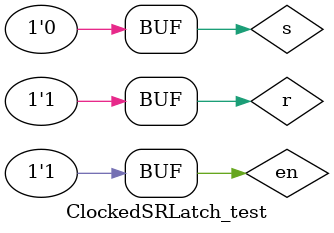
<source format=v>
module ClockedSRLatch_test;
wire q,qbar;
reg en,s,r;
ClockedSRLatch d1(s,r,en,q,qbar);
initial begin
en=0;
repeat(2)
begin
s=1;r=0;
#20 s=0;r=0;
#20 s=0;r=1;
#20 s=0;r=0;
#20 s=1;r=1;
#20 s=0;r=1;
#20 en=1;
end
end
endmodule

</source>
